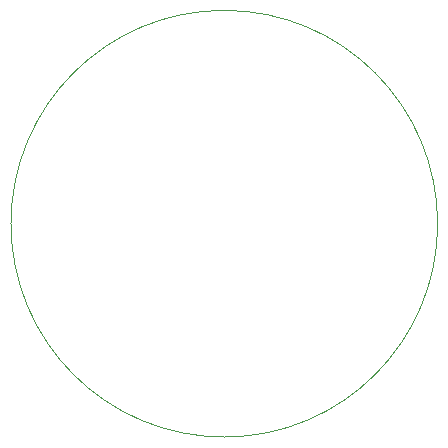
<source format=gbr>
%TF.GenerationSoftware,KiCad,Pcbnew,5.1.7+dfsg1-1~bpo10+1*%
%TF.CreationDate,Date%
%TF.ProjectId,osw-light,6f73772d-6c69-4676-9874-2e6b69636164,3.1*%
%TF.SameCoordinates,Original*%
%TF.FileFunction,Profile,NP*%
%FSLAX46Y46*%
G04 Gerber Fmt 4.6, Leading zero omitted, Abs format (unit mm)*
G04 Created by KiCad*
%MOMM*%
%LPD*%
G01*
G04 APERTURE LIST*
%TA.AperFunction,Profile*%
%ADD10C,0.050000*%
%TD*%
G04 APERTURE END LIST*
D10*
X94262597Y-101600000D02*
G75*
G02*
X76200000Y-119662597I-18062597J0D01*
G01*
X76200000Y-119662597D02*
G75*
G02*
X58137403Y-101600000I0J18062597D01*
G01*
X58137403Y-101600000D02*
G75*
G02*
X76200000Y-83537403I18062597J0D01*
G01*
X76200000Y-83537403D02*
G75*
G02*
X94262597Y-101600000I0J-18062597D01*
G01*
M02*

</source>
